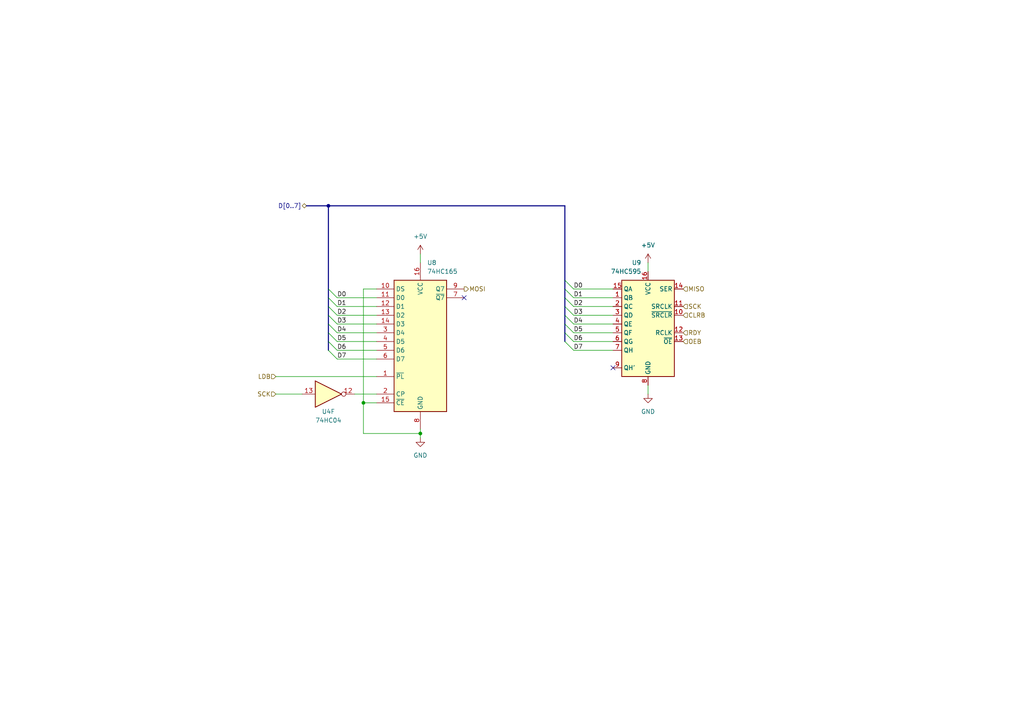
<source format=kicad_sch>
(kicad_sch (version 20230121) (generator eeschema)
  (paper "A4")
  (lib_symbols
    (symbol "+5V_1" (power) (pin_names (offset 0))
      (property "Value" "+5V_1" (at 0 3.556 0))
      (symbol "+5V_1_0_1"
        (polyline (pts (xy -0.762 1.27) (xy 0 2.54)))
        (polyline (pts (xy 0 0) (xy 0 2.54)))
        (polyline (pts (xy 0 2.54) (xy 0.762 1.27)))
      )
      (symbol "+5V_1_1_1"
        (pin power_in line (at 0 0 90) (length 0) hide (name "+5V") (number "1"))
      )
    )
    (symbol "74xx:74HC04"
      (property "Reference" "U" (at 0 1.27 0))
      (property "Value" "74HC04" (at 0 -1.27 0))
      (symbol "74HC04_1_0"
        (polyline (pts (xy -3.81 3.81) (xy -3.81 -3.81) (xy 3.81 0) (xy -3.81 3.81)) (stroke (width 0.254)) (fill (type background)))
        (pin input line (at -7.62 0 0) (length 3.81) (name "~") (number "1"))
        (pin output inverted (at 7.62 0 180) (length 3.81) (name "~") (number "2"))
      )
      (symbol "74HC04_2_0"
        (polyline (pts (xy -3.81 3.81) (xy -3.81 -3.81) (xy 3.81 0) (xy -3.81 3.81)) (stroke (width 0.254)) (fill (type background)))
        (pin input line (at -7.62 0 0) (length 3.81) (name "~") (number "3"))
        (pin output inverted (at 7.62 0 180) (length 3.81) (name "~") (number "4"))
      )
      (symbol "74HC04_3_0"
        (polyline (pts (xy -3.81 3.81) (xy -3.81 -3.81) (xy 3.81 0) (xy -3.81 3.81)) (stroke (width 0.254)) (fill (type background)))
        (pin input line (at -7.62 0 0) (length 3.81) (name "~") (number "5"))
        (pin output inverted (at 7.62 0 180) (length 3.81) (name "~") (number "6"))
      )
      (symbol "74HC04_4_0"
        (polyline (pts (xy -3.81 3.81) (xy -3.81 -3.81) (xy 3.81 0) (xy -3.81 3.81)) (stroke (width 0.254)) (fill (type background)))
        (pin output inverted (at 7.62 0 180) (length 3.81) (name "~") (number "8"))
        (pin input line (at -7.62 0 0) (length 3.81) (name "~") (number "9"))
      )
      (symbol "74HC04_5_0"
        (polyline (pts (xy -3.81 3.81) (xy -3.81 -3.81) (xy 3.81 0) (xy -3.81 3.81)) (stroke (width 0.254)) (fill (type background)))
        (pin output inverted (at 7.62 0 180) (length 3.81) (name "~") (number "10"))
        (pin input line (at -7.62 0 0) (length 3.81) (name "~") (number "11"))
      )
      (symbol "74HC04_6_0"
        (polyline (pts (xy -3.81 3.81) (xy -3.81 -3.81) (xy 3.81 0) (xy -3.81 3.81)) (stroke (width 0.254)) (fill (type background)))
        (pin output inverted (at 7.62 0 180) (length 3.81) (name "~") (number "12"))
        (pin input line (at -7.62 0 0) (length 3.81) (name "~") (number "13"))
      )
      (symbol "74HC04_7_0"
        (pin power_in line (at 0 12.7 270) (length 5.08) (name "VCC") (number "14"))
        (pin power_in line (at 0 -12.7 90) (length 5.08) (name "GND") (number "7"))
      )
      (symbol "74HC04_7_1"
        (rectangle (start -5.08 7.62) (end 5.08 -7.62) (stroke (width 0.254)) (fill (type background)))
      )
    )
    (symbol "74xx:74HC165"
      (property "Reference" "U" (at -7.62 19.05 0))
      (property "Value" "74HC165" (at -7.62 -21.59 0))
      (symbol "74HC165_1_0"
        (pin input line (at -12.7 -10.16 0) (length 5.08) (name "~{PL}") (number "1"))
        (pin input line (at -12.7 15.24 0) (length 5.08) (name "DS") (number "10"))
        (pin input line (at -12.7 12.7 0) (length 5.08) (name "D0") (number "11"))
        (pin input line (at -12.7 10.16 0) (length 5.08) (name "D1") (number "12"))
        (pin input line (at -12.7 7.62 0) (length 5.08) (name "D2") (number "13"))
        (pin input line (at -12.7 5.08 0) (length 5.08) (name "D3") (number "14"))
        (pin input line (at -12.7 -17.78 0) (length 5.08) (name "~{CE}") (number "15"))
        (pin power_in line (at 0 22.86 270) (length 5.08) (name "VCC") (number "16"))
        (pin input line (at -12.7 -15.24 0) (length 5.08) (name "CP") (number "2"))
        (pin input line (at -12.7 2.54 0) (length 5.08) (name "D4") (number "3"))
        (pin input line (at -12.7 0 0) (length 5.08) (name "D5") (number "4"))
        (pin input line (at -12.7 -2.54 0) (length 5.08) (name "D6") (number "5"))
        (pin input line (at -12.7 -5.08 0) (length 5.08) (name "D7") (number "6"))
        (pin output line (at 12.7 12.7 180) (length 5.08) (name "~{Q7}") (number "7"))
        (pin power_in line (at 0 -25.4 90) (length 5.08) (name "GND") (number "8"))
        (pin output line (at 12.7 15.24 180) (length 5.08) (name "Q7") (number "9"))
      )
      (symbol "74HC165_1_1"
        (rectangle (start -7.62 17.78) (end 7.62 -20.32) (stroke (width 0.254)) (fill (type background)))
      )
    )
    (symbol "74xx:74HC595"
      (property "Reference" "U" (at -7.62 13.97 0))
      (property "Value" "74HC595" (at -7.62 -16.51 0))
      (symbol "74HC595_1_0"
        (pin tri_state line (at 10.16 7.62 180) (length 2.54) (name "QB") (number "1"))
        (pin input line (at -10.16 2.54 0) (length 2.54) (name "~{SRCLR}") (number "10"))
        (pin input line (at -10.16 5.08 0) (length 2.54) (name "SRCLK") (number "11"))
        (pin input line (at -10.16 -2.54 0) (length 2.54) (name "RCLK") (number "12"))
        (pin input line (at -10.16 -5.08 0) (length 2.54) (name "~{OE}") (number "13"))
        (pin input line (at -10.16 10.16 0) (length 2.54) (name "SER") (number "14"))
        (pin tri_state line (at 10.16 10.16 180) (length 2.54) (name "QA") (number "15"))
        (pin power_in line (at 0 15.24 270) (length 2.54) (name "VCC") (number "16"))
        (pin tri_state line (at 10.16 5.08 180) (length 2.54) (name "QC") (number "2"))
        (pin tri_state line (at 10.16 2.54 180) (length 2.54) (name "QD") (number "3"))
        (pin tri_state line (at 10.16 0 180) (length 2.54) (name "QE") (number "4"))
        (pin tri_state line (at 10.16 -2.54 180) (length 2.54) (name "QF") (number "5"))
        (pin tri_state line (at 10.16 -5.08 180) (length 2.54) (name "QG") (number "6"))
        (pin tri_state line (at 10.16 -7.62 180) (length 2.54) (name "QH") (number "7"))
        (pin power_in line (at 0 -17.78 90) (length 2.54) (name "GND") (number "8"))
        (pin output line (at 10.16 -12.7 180) (length 2.54) (name "QH'") (number "9"))
      )
      (symbol "74HC595_1_1"
        (rectangle (start -7.62 12.7) (end 7.62 -15.24) (stroke (width 0.254)) (fill (type background)))
      )
    )
    (symbol "GND_1" (power) (pin_names (offset 0))
      (property "Value" "GND_1" (at 0 -3.81 0))
      (symbol "GND_1_0_1"
        (polyline (pts (xy 0 0) (xy 0 -1.27) (xy 1.27 -1.27) (xy 0 -2.54) (xy -1.27 -1.27) (xy 0 -1.27)))
      )
      (symbol "GND_1_1_1"
        (pin power_in line (at 0 0 270) (length 0) hide (name "GND") (number "1"))
      )
    )
  )
  (junction (at 95.25 59.69))
  (junction (at 105.41 116.84))
  (junction (at 121.92 125.73))
  (no_connect (at 134.62 86.36))
  (no_connect (at 177.8 106.68))
  (bus_entry (at 163.83 81.28) (size 2.54 2.54))
  (bus_entry (at 163.83 93.98) (size 2.54 2.54))
  (bus_entry (at 95.25 101.6) (size 2.54 2.54))
  (bus_entry (at 95.25 96.52) (size 2.54 2.54))
  (bus_entry (at 163.83 99.06) (size 2.54 2.54))
  (bus_entry (at 95.25 91.44) (size 2.54 2.54))
  (bus_entry (at 95.25 86.36) (size 2.54 2.54))
  (bus_entry (at 163.83 88.9) (size 2.54 2.54))
  (bus_entry (at 95.25 83.82) (size 2.54 2.54))
  (bus_entry (at 163.83 91.44) (size 2.54 2.54))
  (bus_entry (at 95.25 88.9) (size 2.54 2.54))
  (bus_entry (at 163.83 96.52) (size 2.54 2.54))
  (bus_entry (at 95.25 99.06) (size 2.54 2.54))
  (bus_entry (at 95.25 93.98) (size 2.54 2.54))
  (bus_entry (at 163.83 86.36) (size 2.54 2.54))
  (bus_entry (at 163.83 83.82) (size 2.54 2.54))
  (wire (pts (xy 166.37 96.52) (xy 177.8 96.52)))
  (wire (pts (xy 105.41 116.84) (xy 105.41 125.73)))
  (wire (pts (xy 187.96 111.76) (xy 187.96 114.3)))
  (bus (pts (xy 95.25 101.6) (xy 95.25 99.06)))
  (bus (pts (xy 163.83 99.06) (xy 163.83 96.52)))
  (bus (pts (xy 163.83 88.9) (xy 163.83 86.36)))
  (wire (pts (xy 97.79 86.36) (xy 109.22 86.36)))
  (wire (pts (xy 166.37 86.36) (xy 177.8 86.36)))
  (bus (pts (xy 95.25 59.69) (xy 95.25 83.82)))
  (bus (pts (xy 95.25 59.69) (xy 163.83 59.69)))
  (wire (pts (xy 80.01 109.22) (xy 109.22 109.22)))
  (bus (pts (xy 95.25 99.06) (xy 95.25 96.52)))
  (bus (pts (xy 163.83 91.44) (xy 163.83 88.9)))
  (wire (pts (xy 97.79 91.44) (xy 109.22 91.44)))
  (wire (pts (xy 105.41 125.73) (xy 121.92 125.73)))
  (bus (pts (xy 95.25 86.36) (xy 95.25 83.82)))
  (wire (pts (xy 109.22 83.82) (xy 105.41 83.82)))
  (wire (pts (xy 97.79 88.9) (xy 109.22 88.9)))
  (wire (pts (xy 166.37 93.98) (xy 177.8 93.98)))
  (bus (pts (xy 95.25 91.44) (xy 95.25 88.9)))
  (wire (pts (xy 97.79 96.52) (xy 109.22 96.52)))
  (wire (pts (xy 166.37 91.44) (xy 177.8 91.44)))
  (wire (pts (xy 97.79 101.6) (xy 109.22 101.6)))
  (wire (pts (xy 121.92 124.46) (xy 121.92 125.73)))
  (bus (pts (xy 88.9 59.69) (xy 95.25 59.69)))
  (wire (pts (xy 121.92 125.73) (xy 121.92 127)))
  (wire (pts (xy 102.87 114.3) (xy 109.22 114.3)))
  (wire (pts (xy 166.37 101.6) (xy 177.8 101.6)))
  (wire (pts (xy 166.37 83.82) (xy 177.8 83.82)))
  (wire (pts (xy 105.41 83.82) (xy 105.41 116.84)))
  (bus (pts (xy 163.83 83.82) (xy 163.83 81.28)))
  (bus (pts (xy 95.25 96.52) (xy 95.25 93.98)))
  (bus (pts (xy 95.25 93.98) (xy 95.25 91.44)))
  (wire (pts (xy 187.96 76.2) (xy 187.96 78.74)))
  (bus (pts (xy 95.25 88.9) (xy 95.25 86.36)))
  (wire (pts (xy 97.79 99.06) (xy 109.22 99.06)))
  (wire (pts (xy 166.37 99.06) (xy 177.8 99.06)))
  (bus (pts (xy 163.83 81.28) (xy 163.83 59.69)))
  (wire (pts (xy 121.92 73.66) (xy 121.92 76.2)))
  (wire (pts (xy 80.01 114.3) (xy 87.63 114.3)))
  (bus (pts (xy 163.83 86.36) (xy 163.83 83.82)))
  (bus (pts (xy 163.83 93.98) (xy 163.83 91.44)))
  (bus (pts (xy 163.83 96.52) (xy 163.83 93.98)))
  (wire (pts (xy 97.79 93.98) (xy 109.22 93.98)))
  (wire (pts (xy 97.79 104.14) (xy 109.22 104.14)))
  (wire (pts (xy 166.37 88.9) (xy 177.8 88.9)))
  (wire (pts (xy 105.41 116.84) (xy 109.22 116.84)))
  (label "D3" (at 97.79 93.98 0))
  (label "D1" (at 166.37 86.36 0))
  (label "D1" (at 97.79 88.9 0))
  (label "D2" (at 166.37 88.9 0))
  (label "D5" (at 97.79 99.06 0))
  (label "D4" (at 97.79 96.52 0))
  (label "D6" (at 97.79 101.6 0))
  (label "D4" (at 166.37 93.98 0))
  (label "D5" (at 166.37 96.52 0))
  (label "D0" (at 97.79 86.36 0))
  (label "D6" (at 166.37 99.06 0))
  (label "D7" (at 166.37 101.6 0))
  (label "D0" (at 166.37 83.82 0))
  (label "D7" (at 97.79 104.14 0))
  (label "D3" (at 166.37 91.44 0))
  (label "D2" (at 97.79 91.44 0))
  (hierarchical_label "SCK" (shape input) (at 198.12 88.9 0))
  (hierarchical_label "RDY" (shape input) (at 198.12 96.52 0))
  (hierarchical_label "MISO" (shape input) (at 198.12 83.82 0))
  (hierarchical_label "MOSI" (shape output) (at 134.62 83.82 0))
  (hierarchical_label "OEB" (shape input) (at 198.12 99.06 0))
  (hierarchical_label "LDB" (shape input) (at 80.01 109.22 180))
  (hierarchical_label "D[0..7]" (shape bidirectional) (at 88.9 59.69 180))
  (hierarchical_label "CLRB" (shape input) (at 198.12 91.44 0))
  (hierarchical_label "SCK" (shape input) (at 80.01 114.3 180))
  (symbol (lib_name "GND_1") (lib_id "power:GND") (at 121.92 127 0) (unit 1)
    (property "Reference" "#PWR012" (effects hide))
    (property "Value" "GND" (at 121.92 132.08 0))
    (instances (project "SerialPeripheralInterfaceBoard" (path "" (reference "#PWR012") (unit 1)) (path "" (reference "#PWR011") (unit 1))))
  )
  (symbol (lib_name "+5V_1") (lib_id "power:+5V") (at 187.96 76.2 0) (unit 1)
    (property "Reference" "#PWR014" (effects hide))
    (property "Value" "+5V" (at 187.96 71.12 0))
  )
  (symbol (lib_id "74xx:74HC165") (at 121.92 99.06 0) (unit 1)
    (property "Reference" "U8" (at 123.8759 76.2 0) (effects (justify left)))
    (property "Value" "74HC165" (at 123.8759 78.74 0) (effects (justify left)))
    (property "Datasheet" "https://assets.nexperia.com/documents/data-sheet/74HC_HCT165.pdf" (effects hide))
    (instances (project "SerialPeripheralInterfaceBoard" (path "" (reference "U8") (unit 1)) (path "" (reference "U7") (unit 1))))
  )
  (symbol (lib_id "74xx:74HC595") (at 187.96 93.98 0) (mirror y) (unit 1)
    (property "Reference" "U9" (at 186.0041 76.2 0) (effects (justify left)))
    (property "Value" "74HC595" (at 186.0041 78.74 0) (effects (justify left)))
    (property "Datasheet" "http://www.ti.com/lit/ds/symlink/sn74hc595.pdf" (effects hide))
  )
  (symbol (lib_id "74xx:74HC04") (at 95.25 114.3 0) (unit 6)
    (property "Reference" "U4" (at 95.25 119.38 0))
    (property "Value" "74HC04" (at 95.25 121.92 0))
    (property "Datasheet" "https://assets.nexperia.com/documents/data-sheet/74HC_HCT04.pdf" (effects hide))
  )
  (symbol (lib_name "+5V_1") (lib_id "power:+5V") (at 121.92 73.66 0) (unit 1)
    (property "Reference" "#PWR013" (effects hide))
    (property "Value" "+5V" (at 121.92 68.58 0))
    (instances (project "SerialPeripheralInterfaceBoard" (path "" (reference "#PWR013") (unit 1)) (path "" (reference "#PWR010") (unit 1))))
  )
  (symbol (lib_name "GND_1") (lib_id "power:GND") (at 187.96 114.3 0) (unit 1)
    (property "Reference" "#PWR015" (effects hide))
    (property "Value" "GND" (at 187.96 119.38 0))
  )
)
</source>
